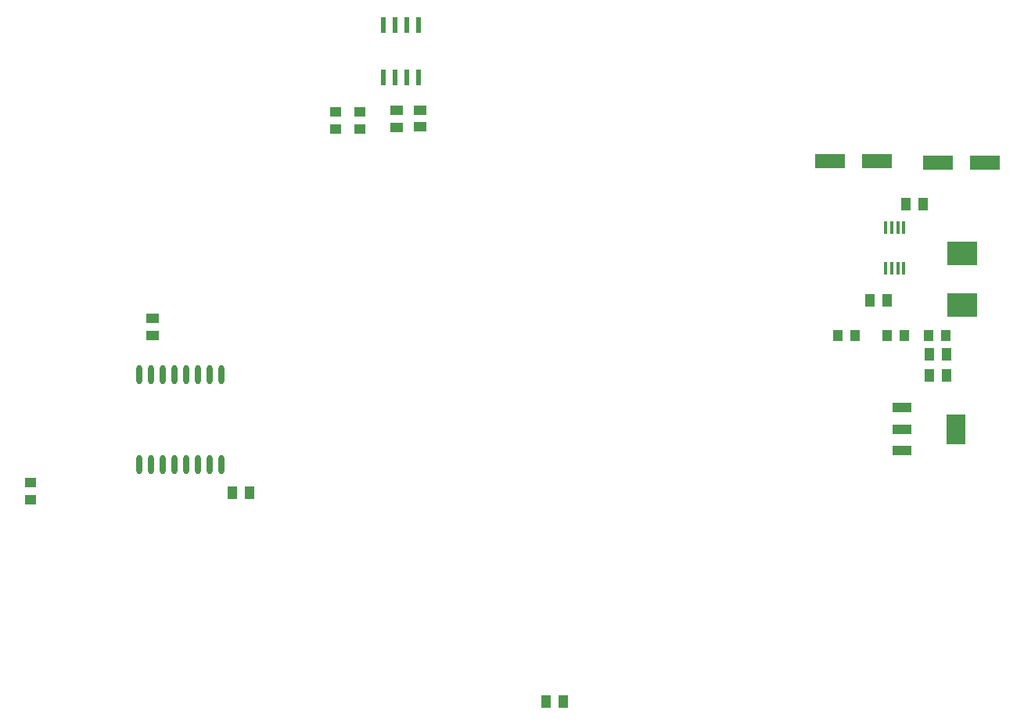
<source format=gtp>
G04*
G04 #@! TF.GenerationSoftware,Altium Limited,Altium Designer,19.1.8 (144)*
G04*
G04 Layer_Color=8421504*
%FSLAX25Y25*%
%MOIN*%
G70*
G01*
G75*
%ADD14R,0.12598X0.06299*%
%ADD15R,0.01772X0.05709*%
%ADD16R,0.08465X0.03937*%
%ADD17R,0.08465X0.12795*%
%ADD18R,0.05118X0.04134*%
%ADD19O,0.02559X0.08268*%
%ADD20R,0.02362X0.06890*%
%ADD21R,0.04134X0.05118*%
%ADD22R,0.12795X0.09843*%
%ADD23R,0.05512X0.04134*%
%ADD24R,0.04134X0.05512*%
D14*
X383600Y239300D02*
D03*
X403679D02*
D03*
X449779Y238600D02*
D03*
X429700D02*
D03*
D15*
X407441Y211000D02*
D03*
X410000D02*
D03*
X412559D02*
D03*
X415118D02*
D03*
Y193677D02*
D03*
X412559D02*
D03*
X410000D02*
D03*
X407441D02*
D03*
D16*
X414484Y134055D02*
D03*
Y125000D02*
D03*
Y115945D02*
D03*
D17*
X437516Y125000D02*
D03*
D18*
X183500Y260283D02*
D03*
Y253000D02*
D03*
X173000Y253000D02*
D03*
Y260283D02*
D03*
X43000Y95000D02*
D03*
Y102284D02*
D03*
D19*
X89500Y109906D02*
D03*
X94500D02*
D03*
X99500D02*
D03*
X104500D02*
D03*
X109500D02*
D03*
X114500D02*
D03*
X119500D02*
D03*
X124500D02*
D03*
X89500Y148094D02*
D03*
X94500D02*
D03*
X99500D02*
D03*
X104500D02*
D03*
X109500D02*
D03*
X114500D02*
D03*
X119500D02*
D03*
X124500D02*
D03*
D20*
X208500Y297122D02*
D03*
X203500D02*
D03*
X198500D02*
D03*
X193500D02*
D03*
X208500Y274878D02*
D03*
X203500D02*
D03*
X198500D02*
D03*
X193500D02*
D03*
D21*
X408000Y165000D02*
D03*
X415283D02*
D03*
X387000Y165000D02*
D03*
X394283D02*
D03*
X425717Y165000D02*
D03*
X433000D02*
D03*
D22*
X440000Y177953D02*
D03*
Y200000D02*
D03*
D23*
X95000Y172283D02*
D03*
Y165000D02*
D03*
X209000Y253717D02*
D03*
Y261000D02*
D03*
X199000Y253716D02*
D03*
Y261000D02*
D03*
D24*
X129000Y98000D02*
D03*
X136284D02*
D03*
X262717Y9000D02*
D03*
X270000D02*
D03*
X423283Y221000D02*
D03*
X416000D02*
D03*
X433284Y157000D02*
D03*
X426000D02*
D03*
X433283Y148000D02*
D03*
X426000D02*
D03*
X400717Y180000D02*
D03*
X408000D02*
D03*
M02*

</source>
